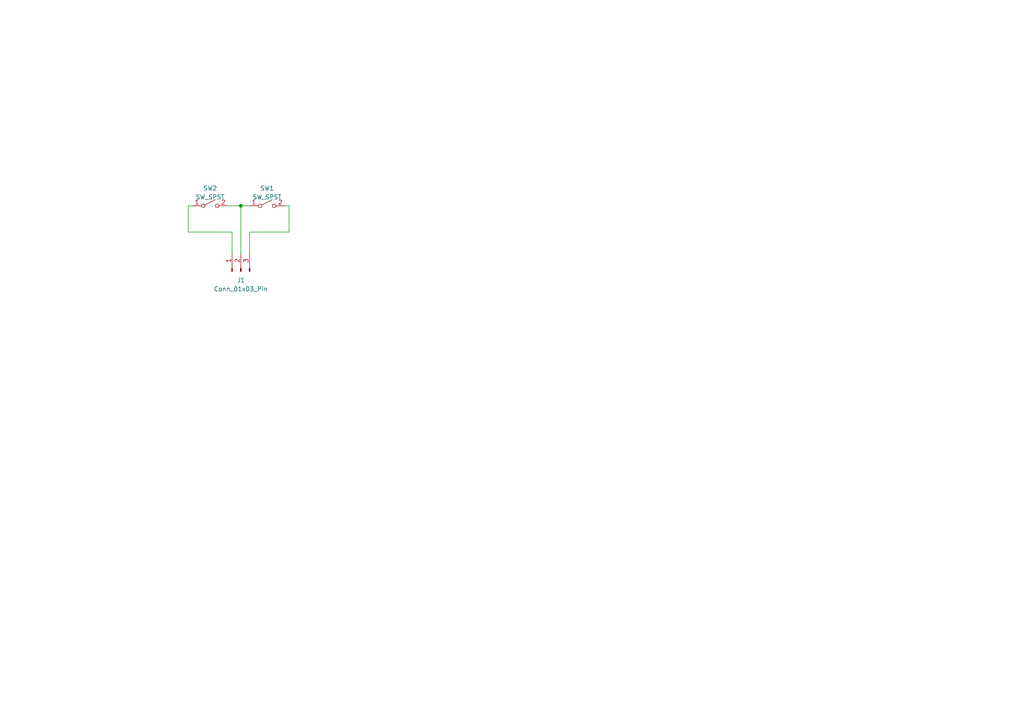
<source format=kicad_sch>
(kicad_sch
	(version 20231120)
	(generator "eeschema")
	(generator_version "8.0")
	(uuid "9e873646-03cc-44ae-a262-7338394a20db")
	(paper "A4")
	(lib_symbols
		(symbol "Connector:Conn_01x03_Pin"
			(pin_names
				(offset 1.016) hide)
			(exclude_from_sim no)
			(in_bom yes)
			(on_board yes)
			(property "Reference" "J"
				(at 0 5.08 0)
				(effects
					(font
						(size 1.27 1.27)
					)
				)
			)
			(property "Value" "Conn_01x03_Pin"
				(at 0 -5.08 0)
				(effects
					(font
						(size 1.27 1.27)
					)
				)
			)
			(property "Footprint" ""
				(at 0 0 0)
				(effects
					(font
						(size 1.27 1.27)
					)
					(hide yes)
				)
			)
			(property "Datasheet" "~"
				(at 0 0 0)
				(effects
					(font
						(size 1.27 1.27)
					)
					(hide yes)
				)
			)
			(property "Description" "Generic connector, single row, 01x03, script generated"
				(at 0 0 0)
				(effects
					(font
						(size 1.27 1.27)
					)
					(hide yes)
				)
			)
			(property "ki_locked" ""
				(at 0 0 0)
				(effects
					(font
						(size 1.27 1.27)
					)
				)
			)
			(property "ki_keywords" "connector"
				(at 0 0 0)
				(effects
					(font
						(size 1.27 1.27)
					)
					(hide yes)
				)
			)
			(property "ki_fp_filters" "Connector*:*_1x??_*"
				(at 0 0 0)
				(effects
					(font
						(size 1.27 1.27)
					)
					(hide yes)
				)
			)
			(symbol "Conn_01x03_Pin_1_1"
				(polyline
					(pts
						(xy 1.27 -2.54) (xy 0.8636 -2.54)
					)
					(stroke
						(width 0.1524)
						(type default)
					)
					(fill
						(type none)
					)
				)
				(polyline
					(pts
						(xy 1.27 0) (xy 0.8636 0)
					)
					(stroke
						(width 0.1524)
						(type default)
					)
					(fill
						(type none)
					)
				)
				(polyline
					(pts
						(xy 1.27 2.54) (xy 0.8636 2.54)
					)
					(stroke
						(width 0.1524)
						(type default)
					)
					(fill
						(type none)
					)
				)
				(rectangle
					(start 0.8636 -2.413)
					(end 0 -2.667)
					(stroke
						(width 0.1524)
						(type default)
					)
					(fill
						(type outline)
					)
				)
				(rectangle
					(start 0.8636 0.127)
					(end 0 -0.127)
					(stroke
						(width 0.1524)
						(type default)
					)
					(fill
						(type outline)
					)
				)
				(rectangle
					(start 0.8636 2.667)
					(end 0 2.413)
					(stroke
						(width 0.1524)
						(type default)
					)
					(fill
						(type outline)
					)
				)
				(pin passive line
					(at 5.08 2.54 180)
					(length 3.81)
					(name "Pin_1"
						(effects
							(font
								(size 1.27 1.27)
							)
						)
					)
					(number "1"
						(effects
							(font
								(size 1.27 1.27)
							)
						)
					)
				)
				(pin passive line
					(at 5.08 0 180)
					(length 3.81)
					(name "Pin_2"
						(effects
							(font
								(size 1.27 1.27)
							)
						)
					)
					(number "2"
						(effects
							(font
								(size 1.27 1.27)
							)
						)
					)
				)
				(pin passive line
					(at 5.08 -2.54 180)
					(length 3.81)
					(name "Pin_3"
						(effects
							(font
								(size 1.27 1.27)
							)
						)
					)
					(number "3"
						(effects
							(font
								(size 1.27 1.27)
							)
						)
					)
				)
			)
		)
		(symbol "Switch:SW_SPST"
			(pin_names
				(offset 0) hide)
			(exclude_from_sim no)
			(in_bom yes)
			(on_board yes)
			(property "Reference" "SW"
				(at 0 3.175 0)
				(effects
					(font
						(size 1.27 1.27)
					)
				)
			)
			(property "Value" "SW_SPST"
				(at 0 -2.54 0)
				(effects
					(font
						(size 1.27 1.27)
					)
				)
			)
			(property "Footprint" ""
				(at 0 0 0)
				(effects
					(font
						(size 1.27 1.27)
					)
					(hide yes)
				)
			)
			(property "Datasheet" "~"
				(at 0 0 0)
				(effects
					(font
						(size 1.27 1.27)
					)
					(hide yes)
				)
			)
			(property "Description" "Single Pole Single Throw (SPST) switch"
				(at 0 0 0)
				(effects
					(font
						(size 1.27 1.27)
					)
					(hide yes)
				)
			)
			(property "ki_keywords" "switch lever"
				(at 0 0 0)
				(effects
					(font
						(size 1.27 1.27)
					)
					(hide yes)
				)
			)
			(symbol "SW_SPST_0_0"
				(circle
					(center -2.032 0)
					(radius 0.508)
					(stroke
						(width 0)
						(type default)
					)
					(fill
						(type none)
					)
				)
				(polyline
					(pts
						(xy -1.524 0.254) (xy 1.524 1.778)
					)
					(stroke
						(width 0)
						(type default)
					)
					(fill
						(type none)
					)
				)
				(circle
					(center 2.032 0)
					(radius 0.508)
					(stroke
						(width 0)
						(type default)
					)
					(fill
						(type none)
					)
				)
			)
			(symbol "SW_SPST_1_1"
				(pin passive line
					(at -5.08 0 0)
					(length 2.54)
					(name "A"
						(effects
							(font
								(size 1.27 1.27)
							)
						)
					)
					(number "1"
						(effects
							(font
								(size 1.27 1.27)
							)
						)
					)
				)
				(pin passive line
					(at 5.08 0 180)
					(length 2.54)
					(name "B"
						(effects
							(font
								(size 1.27 1.27)
							)
						)
					)
					(number "2"
						(effects
							(font
								(size 1.27 1.27)
							)
						)
					)
				)
			)
		)
	)
	(junction
		(at 69.85 59.69)
		(diameter 0)
		(color 0 0 0 0)
		(uuid "c82649fe-fd25-429c-8e68-308a35c59237")
	)
	(wire
		(pts
			(xy 83.82 59.69) (xy 82.55 59.69)
		)
		(stroke
			(width 0)
			(type default)
		)
		(uuid "26a0f41c-84c7-42c1-be49-99a540079e6d")
	)
	(wire
		(pts
			(xy 67.31 73.66) (xy 67.31 67.31)
		)
		(stroke
			(width 0)
			(type default)
		)
		(uuid "468da09e-54dd-4d3e-8de4-ac47a8db178f")
	)
	(wire
		(pts
			(xy 72.39 67.31) (xy 83.82 67.31)
		)
		(stroke
			(width 0)
			(type default)
		)
		(uuid "74d957ec-426b-4d58-a182-b89c02f1dfb8")
	)
	(wire
		(pts
			(xy 83.82 67.31) (xy 83.82 59.69)
		)
		(stroke
			(width 0)
			(type default)
		)
		(uuid "7f4ec08b-592b-4e7a-8861-01e7db5a2e2f")
	)
	(wire
		(pts
			(xy 54.61 67.31) (xy 54.61 59.69)
		)
		(stroke
			(width 0)
			(type default)
		)
		(uuid "8242bc3d-8de2-4df1-97e1-d861f75bff97")
	)
	(wire
		(pts
			(xy 67.31 67.31) (xy 54.61 67.31)
		)
		(stroke
			(width 0)
			(type default)
		)
		(uuid "9173296d-3892-404f-8c8f-e5cde9e6fa61")
	)
	(wire
		(pts
			(xy 54.61 59.69) (xy 55.88 59.69)
		)
		(stroke
			(width 0)
			(type default)
		)
		(uuid "a829c128-75f2-4085-9a1f-9326995a4c13")
	)
	(wire
		(pts
			(xy 72.39 73.66) (xy 72.39 67.31)
		)
		(stroke
			(width 0)
			(type default)
		)
		(uuid "a9efce1d-3dc5-4864-aab7-5aed4a02d365")
	)
	(wire
		(pts
			(xy 66.04 59.69) (xy 69.85 59.69)
		)
		(stroke
			(width 0)
			(type default)
		)
		(uuid "be0a6de5-463e-44b7-a155-2664752173cd")
	)
	(wire
		(pts
			(xy 69.85 59.69) (xy 72.39 59.69)
		)
		(stroke
			(width 0)
			(type default)
		)
		(uuid "c2d097b4-30a2-4788-a3a4-bd5d2f532342")
	)
	(wire
		(pts
			(xy 69.85 59.69) (xy 69.85 73.66)
		)
		(stroke
			(width 0)
			(type default)
		)
		(uuid "f1d12735-52d9-4195-a7df-84e944a574ee")
	)
	(symbol
		(lib_id "Switch:SW_SPST")
		(at 60.96 59.69 0)
		(unit 1)
		(exclude_from_sim no)
		(in_bom yes)
		(on_board yes)
		(dnp no)
		(fields_autoplaced yes)
		(uuid "a70c26cf-ef94-436f-9ae5-c6c5e7448fad")
		(property "Reference" "SW2"
			(at 60.96 54.61 0)
			(effects
				(font
					(size 1.27 1.27)
				)
			)
		)
		(property "Value" "SW_SPST"
			(at 60.96 57.15 0)
			(effects
				(font
					(size 1.27 1.27)
				)
			)
		)
		(property "Footprint" "TPO_LIB:SW_PUSH_6mm_H8mm_tpo"
			(at 60.96 59.69 0)
			(effects
				(font
					(size 1.27 1.27)
				)
				(hide yes)
			)
		)
		(property "Datasheet" "~"
			(at 60.96 59.69 0)
			(effects
				(font
					(size 1.27 1.27)
				)
				(hide yes)
			)
		)
		(property "Description" "Single Pole Single Throw (SPST) switch"
			(at 60.96 59.69 0)
			(effects
				(font
					(size 1.27 1.27)
				)
				(hide yes)
			)
		)
		(pin "2"
			(uuid "e8549e55-ffae-4bef-a3eb-0a8329baa1f3")
		)
		(pin "1"
			(uuid "fe1a90b9-dfcb-4aab-ab33-7dde81a91973")
		)
		(instances
			(project "OnOffPrint"
				(path "/9e873646-03cc-44ae-a262-7338394a20db"
					(reference "SW2")
					(unit 1)
				)
			)
		)
	)
	(symbol
		(lib_id "Switch:SW_SPST")
		(at 77.47 59.69 0)
		(unit 1)
		(exclude_from_sim no)
		(in_bom yes)
		(on_board yes)
		(dnp no)
		(fields_autoplaced yes)
		(uuid "da139605-eada-4bcd-ae40-997192febb70")
		(property "Reference" "SW1"
			(at 77.47 54.61 0)
			(effects
				(font
					(size 1.27 1.27)
				)
			)
		)
		(property "Value" "SW_SPST"
			(at 77.47 57.15 0)
			(effects
				(font
					(size 1.27 1.27)
				)
			)
		)
		(property "Footprint" "TPO_LIB:SW_PUSH_6mm_H8mm_tpo"
			(at 77.47 59.69 0)
			(effects
				(font
					(size 1.27 1.27)
				)
				(hide yes)
			)
		)
		(property "Datasheet" "~"
			(at 77.47 59.69 0)
			(effects
				(font
					(size 1.27 1.27)
				)
				(hide yes)
			)
		)
		(property "Description" "Single Pole Single Throw (SPST) switch"
			(at 77.47 59.69 0)
			(effects
				(font
					(size 1.27 1.27)
				)
				(hide yes)
			)
		)
		(pin "2"
			(uuid "6b3dab63-1ee9-42fb-a6a8-b24b79dd226f")
		)
		(pin "1"
			(uuid "029bf06e-fb15-44d0-bfa3-7acaf40db762")
		)
		(instances
			(project ""
				(path "/9e873646-03cc-44ae-a262-7338394a20db"
					(reference "SW1")
					(unit 1)
				)
			)
		)
	)
	(symbol
		(lib_id "Connector:Conn_01x03_Pin")
		(at 69.85 78.74 90)
		(unit 1)
		(exclude_from_sim no)
		(in_bom yes)
		(on_board yes)
		(dnp no)
		(fields_autoplaced yes)
		(uuid "f1de9aeb-e291-4478-af7f-518b169eab7d")
		(property "Reference" "J1"
			(at 69.85 81.28 90)
			(effects
				(font
					(size 1.27 1.27)
				)
			)
		)
		(property "Value" "Conn_01x03_Pin"
			(at 69.85 83.82 90)
			(effects
				(font
					(size 1.27 1.27)
				)
			)
		)
		(property "Footprint" "Connector_JST:JST_PH_B3B-PH-K_1x03_P2.00mm_Vertical"
			(at 69.85 78.74 0)
			(effects
				(font
					(size 1.27 1.27)
				)
				(hide yes)
			)
		)
		(property "Datasheet" "~"
			(at 69.85 78.74 0)
			(effects
				(font
					(size 1.27 1.27)
				)
				(hide yes)
			)
		)
		(property "Description" "Generic connector, single row, 01x03, script generated"
			(at 69.85 78.74 0)
			(effects
				(font
					(size 1.27 1.27)
				)
				(hide yes)
			)
		)
		(pin "2"
			(uuid "9c10b065-e950-4493-aa2b-f0582d61b7d0")
		)
		(pin "1"
			(uuid "59ca336c-6d8b-48b3-b8da-066e93eb244d")
		)
		(pin "3"
			(uuid "99643e4c-34fc-44c3-865d-5c2367ea69ae")
		)
		(instances
			(project ""
				(path "/9e873646-03cc-44ae-a262-7338394a20db"
					(reference "J1")
					(unit 1)
				)
			)
		)
	)
	(sheet_instances
		(path "/"
			(page "1")
		)
	)
)

</source>
